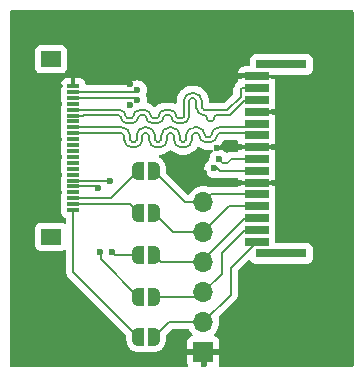
<source format=gbr>
%TF.GenerationSoftware,KiCad,Pcbnew,8.0.4+dfsg-1*%
%TF.CreationDate,2024-12-23T16:35:55+01:00*%
%TF.ProjectId,CMIO-DSI-Adapter,434d494f-2d44-4534-992d-416461707465,rev?*%
%TF.SameCoordinates,Original*%
%TF.FileFunction,Copper,L1,Top*%
%TF.FilePolarity,Positive*%
%FSLAX46Y46*%
G04 Gerber Fmt 4.6, Leading zero omitted, Abs format (unit mm)*
G04 Created by KiCad (PCBNEW 8.0.4+dfsg-1) date 2024-12-23 16:35:55*
%MOMM*%
%LPD*%
G01*
G04 APERTURE LIST*
G04 Aperture macros list*
%AMFreePoly0*
4,1,19,0.000000,0.744911,0.071157,0.744911,0.207708,0.704816,0.327430,0.627875,0.420627,0.520320,0.479746,0.390866,0.500000,0.250000,0.500000,-0.250000,0.479746,-0.390866,0.420627,-0.520320,0.327430,-0.627875,0.207708,-0.704816,0.071157,-0.744911,0.000000,-0.744911,0.000000,-0.750000,-0.500000,-0.750000,-0.500000,0.750000,0.000000,0.750000,0.000000,0.744911,0.000000,0.744911,
$1*%
%AMFreePoly1*
4,1,19,0.500000,-0.750000,0.000000,-0.750000,0.000000,-0.744911,-0.071157,-0.744911,-0.207708,-0.704816,-0.327430,-0.627875,-0.420627,-0.520320,-0.479746,-0.390866,-0.500000,-0.250000,-0.500000,0.250000,-0.479746,0.390866,-0.420627,0.520320,-0.327430,0.627875,-0.207708,0.704816,-0.071157,0.744911,0.000000,0.744911,0.000000,0.750000,0.500000,0.750000,0.500000,-0.750000,0.500000,-0.750000,
$1*%
G04 Aperture macros list end*
%TA.AperFunction,SMDPad,CuDef*%
%ADD10R,1.041400X0.355600*%
%TD*%
%TA.AperFunction,SMDPad,CuDef*%
%ADD11R,1.651000X1.397000*%
%TD*%
%TA.AperFunction,SMDPad,CuDef*%
%ADD12R,2.108200X0.660400*%
%TD*%
%TA.AperFunction,SMDPad,CuDef*%
%ADD13R,4.292600X0.762000*%
%TD*%
%TA.AperFunction,SMDPad,CuDef*%
%ADD14FreePoly0,0.000000*%
%TD*%
%TA.AperFunction,SMDPad,CuDef*%
%ADD15FreePoly1,0.000000*%
%TD*%
%TA.AperFunction,ComponentPad*%
%ADD16O,1.700000X1.700000*%
%TD*%
%TA.AperFunction,ComponentPad*%
%ADD17R,1.700000X1.700000*%
%TD*%
%TA.AperFunction,ViaPad*%
%ADD18C,0.600000*%
%TD*%
%TA.AperFunction,Conductor*%
%ADD19C,0.200000*%
%TD*%
G04 APERTURE END LIST*
D10*
%TO.P,J2,1,1*%
%TO.N,/GND*%
X20181808Y-19425000D03*
%TO.P,J2,2,2*%
%TO.N,/D0N*%
X20181808Y-19924999D03*
%TO.P,J2,3,3*%
%TO.N,/D0P*%
X20181808Y-20425001D03*
%TO.P,J2,4,4*%
%TO.N,/GND*%
X20181808Y-20925000D03*
%TO.P,J2,5,5*%
%TO.N,/D1N*%
X20181808Y-21424999D03*
%TO.P,J2,6,6*%
%TO.N,/D1P*%
X20181808Y-21925000D03*
%TO.P,J2,7,7*%
%TO.N,unconnected-(J2-Pad7)*%
X20181808Y-22424999D03*
%TO.P,J2,8,8*%
%TO.N,/CLKN*%
X20181808Y-22925001D03*
%TO.P,J2,9,9*%
%TO.N,/CLKP*%
X20181808Y-23425000D03*
%TO.P,J2,10,10*%
%TO.N,/GND*%
X20181808Y-23924999D03*
%TO.P,J2,11,11*%
%TO.N,/D2N*%
X20181808Y-24425000D03*
%TO.P,J2,12,12*%
%TO.N,/D2P*%
X20181808Y-24925000D03*
%TO.P,J2,13,13*%
%TO.N,/GND*%
X20181808Y-25425001D03*
%TO.P,J2,14,14*%
%TO.N,/D3N*%
X20181808Y-25925000D03*
%TO.P,J2,15,15*%
%TO.N,/D3P*%
X20181808Y-26424999D03*
%TO.P,J2,16,16*%
%TO.N,/GND*%
X20181808Y-26925001D03*
%TO.P,J2,17,17*%
%TO.N,/CAM_GPIO0*%
X20181808Y-27425000D03*
%TO.P,J2,18,18*%
%TO.N,/CAM_GPIO1*%
X20181808Y-27925001D03*
%TO.P,J2,19,19*%
%TO.N,/GND*%
X20181808Y-28425000D03*
%TO.P,J2,20,20*%
%TO.N,/SCL*%
X20181808Y-28924999D03*
%TO.P,J2,21,21*%
%TO.N,/SDA*%
X20181808Y-29425001D03*
%TO.P,J2,22,22*%
%TO.N,/VCC*%
X20181808Y-29925000D03*
D11*
%TO.P,J2,23*%
%TO.N,N/C*%
X18281809Y-17149999D03*
%TO.P,J2,24*%
X18281809Y-32200001D03*
%TD*%
D12*
%TO.P,J1,1*%
%TO.N,/VCC*%
X35690885Y-32599998D03*
%TO.P,J1,2*%
%TO.N,/LEDA*%
X35690885Y-31600000D03*
%TO.P,J1,3*%
%TO.N,/RESET*%
X35690885Y-30599999D03*
%TO.P,J1,4*%
%TO.N,/SDA*%
X35690885Y-29599999D03*
%TO.P,J1,5*%
%TO.N,/SCL*%
X35690885Y-28599998D03*
%TO.P,J1,6*%
%TO.N,/GND*%
X35690885Y-27600000D03*
%TO.P,J1,7*%
%TO.N,/D0P*%
X35690885Y-26600000D03*
%TO.P,J1,8*%
%TO.N,/D0N*%
X35690885Y-25599999D03*
%TO.P,J1,9*%
%TO.N,/GND*%
X35690885Y-24599998D03*
%TO.P,J1,10*%
%TO.N,/CLKP*%
X35690885Y-23599998D03*
%TO.P,J1,11*%
%TO.N,/CLKN*%
X35690885Y-22600000D03*
%TO.P,J1,12*%
%TO.N,/GND*%
X35690885Y-21599999D03*
%TO.P,J1,13*%
%TO.N,/D1P*%
X35690885Y-20599999D03*
%TO.P,J1,14*%
%TO.N,/D1N*%
X35690885Y-19599998D03*
%TO.P,J1,15*%
%TO.N,/GND*%
X35690885Y-18599998D03*
D13*
%TO.P,J1,16*%
%TO.N,unconnected-(J1-Pad16)*%
X37790957Y-33600001D03*
%TO.P,J1,17*%
%TO.N,unconnected-(J1-Pad17)*%
X37790957Y-17599997D03*
%TD*%
D14*
%TO.P,JP5,2,B*%
%TO.N,/VCC*%
X26981809Y-40699999D03*
D15*
%TO.P,JP5,1,A*%
X25681809Y-40699999D03*
%TD*%
%TO.P,JP3,1,A*%
%TO.N,/CAM_GPIO0*%
X25681809Y-33699999D03*
D14*
%TO.P,JP3,2,B*%
%TO.N,/RESET*%
X26981809Y-33699999D03*
%TD*%
D15*
%TO.P,JP2,1,A*%
%TO.N,/SDA*%
X25681809Y-30149999D03*
D14*
%TO.P,JP2,2,B*%
X26981809Y-30149999D03*
%TD*%
D15*
%TO.P,JP1,1,A*%
%TO.N,/SCL*%
X25681809Y-26599999D03*
D14*
%TO.P,JP1,2,B*%
X26981809Y-26599999D03*
%TD*%
D15*
%TO.P,JP4,1,A*%
%TO.N,/CAM_GPIO1*%
X25681809Y-37249999D03*
D14*
%TO.P,JP4,2,B*%
%TO.N,/LEDA*%
X26981809Y-37249999D03*
%TD*%
D16*
%TO.P,J3,6,Pin_6*%
%TO.N,/SCL*%
X31181809Y-29250000D03*
%TO.P,J3,5,Pin_5*%
%TO.N,/SDA*%
X31181809Y-31790000D03*
%TO.P,J3,4,Pin_4*%
%TO.N,/RESET*%
X31181809Y-34330000D03*
%TO.P,J3,3,Pin_3*%
%TO.N,/LEDA*%
X31181809Y-36870000D03*
%TO.P,J3,2,Pin_2*%
%TO.N,/VCC*%
X31181809Y-39410000D03*
D17*
%TO.P,J3,1,Pin_1*%
%TO.N,/GND*%
X31181809Y-41950000D03*
%TD*%
D18*
%TO.N,/GND*%
X36250000Y-15000000D03*
X38000000Y-15000000D03*
X39750000Y-15000000D03*
X41500000Y-15000000D03*
X41500000Y-36000000D03*
X39750000Y-36000000D03*
X38000000Y-36000000D03*
X36250000Y-37750000D03*
X34750000Y-39500000D03*
X33000000Y-41250000D03*
X22250000Y-39500000D03*
X24000000Y-41250000D03*
X20500000Y-37750000D03*
X18750000Y-36000000D03*
X25000000Y-19250000D03*
X15250000Y-21750000D03*
X15250000Y-27000000D03*
X15250000Y-20250000D03*
X15250000Y-30500000D03*
X15250000Y-16750000D03*
X15250000Y-18500000D03*
X15250000Y-23500000D03*
X15250000Y-36000000D03*
X15250000Y-37750000D03*
X15250000Y-39500000D03*
X15250000Y-41250000D03*
X15250000Y-15000000D03*
X15250000Y-34250000D03*
X15250000Y-25250000D03*
X15250000Y-28750000D03*
X15250000Y-32500000D03*
X43250000Y-23500000D03*
X43250000Y-28750000D03*
X43250000Y-22000000D03*
X43250000Y-32250000D03*
X43250000Y-18500000D03*
X43250000Y-15000000D03*
X43250000Y-20250000D03*
X43250000Y-25250000D03*
X43250000Y-37750000D03*
X43250000Y-39500000D03*
X43250000Y-41250000D03*
X43250000Y-16750000D03*
X43250000Y-36000000D03*
X43250000Y-27000000D03*
X43250000Y-30500000D03*
X43250000Y-34250000D03*
X34750000Y-13250000D03*
X29500000Y-13250000D03*
X36250000Y-13250000D03*
X26000000Y-13250000D03*
X39750000Y-13250000D03*
X43250000Y-13250000D03*
X38000000Y-13250000D03*
X33000000Y-13250000D03*
X20500000Y-13250000D03*
X18750000Y-13250000D03*
X17000000Y-13250000D03*
X15250000Y-13250000D03*
X41500000Y-13250000D03*
X22250000Y-13250000D03*
X31250000Y-13250000D03*
X27750000Y-13250000D03*
X24000000Y-13250000D03*
X41500000Y-43000000D03*
X39750000Y-43000000D03*
X38000000Y-43000000D03*
X36250000Y-43000000D03*
X43250000Y-43000000D03*
X31250000Y-43000000D03*
X29500000Y-43000000D03*
X27750000Y-43000000D03*
X26000000Y-43000000D03*
X33000000Y-43000000D03*
X34750000Y-43000000D03*
X24000000Y-43000000D03*
X22250000Y-43000000D03*
X20500000Y-43000000D03*
X18750000Y-43000000D03*
X17000000Y-43000000D03*
X15250000Y-43000000D03*
X24934358Y-21043762D03*
X26750000Y-19250000D03*
X31250000Y-26750000D03*
X32300000Y-24700000D03*
X33700000Y-24750000D03*
X33000000Y-27500000D03*
%TO.N,/D0P*%
X25600000Y-20600000D03*
X32081288Y-26400521D03*
%TO.N,/D0N*%
X32500000Y-25600000D03*
%TO.N,/CAM_GPIO0*%
X23490904Y-33509095D03*
%TO.N,/CAM_GPIO1*%
X22449997Y-33499999D03*
X22293936Y-28025000D03*
%TO.N,/CAM_GPIO0*%
X23293936Y-27499999D03*
%TO.N,/D0N*%
X25600000Y-19750000D03*
%TD*%
D19*
%TO.N,/D1P*%
X31730000Y-22418749D02*
X31850000Y-22418749D01*
X31490000Y-22178749D02*
G75*
G03*
X31730000Y-22418800I240000J-51D01*
G01*
X31490000Y-22139999D02*
X31490000Y-22178749D01*
X31250000Y-21899999D02*
G75*
G02*
X31490001Y-22139999I0J-240001D01*
G01*
X32090000Y-22139999D02*
G75*
G02*
X32330000Y-21900000I240000J-1D01*
G01*
X31850000Y-22418749D02*
G75*
G03*
X32089949Y-22178749I0J239949D01*
G01*
X33406585Y-21899999D02*
X33831585Y-21474999D01*
X32330000Y-21899999D02*
X32450000Y-21899999D01*
X33831585Y-21474999D02*
X34706585Y-20599999D01*
X32090000Y-22178749D02*
X32090000Y-22139999D01*
X32450000Y-21899999D02*
X33406585Y-21899999D01*
X34706585Y-20599999D02*
X35690885Y-20599999D01*
%TO.N,/VCC*%
X31181809Y-39410000D02*
X33500000Y-37091809D01*
X33500000Y-37091809D02*
X33500000Y-34790883D01*
X33500000Y-34790883D02*
X35690885Y-32599998D01*
%TO.N,/LEDA*%
X31181809Y-36870000D02*
X32750000Y-35301809D01*
X32750000Y-35301809D02*
X32750000Y-33556583D01*
X32750000Y-33556583D02*
X34706583Y-31600000D01*
X34706583Y-31600000D02*
X35690885Y-31600000D01*
%TO.N,/VCC*%
X26981809Y-40699999D02*
X28271808Y-39410000D01*
X28271808Y-39410000D02*
X31181809Y-39410000D01*
%TO.N,/LEDA*%
X26981809Y-37249999D02*
X30801810Y-37249999D01*
X30801810Y-37249999D02*
X31181809Y-36870000D01*
%TO.N,/RESET*%
X31181809Y-34330000D02*
X31181809Y-34124776D01*
X31181809Y-34124776D02*
X34706586Y-30599999D01*
X34706586Y-30599999D02*
X35690885Y-30599999D01*
X26981809Y-33699999D02*
X27611810Y-34330000D01*
X27611810Y-34330000D02*
X31181809Y-34330000D01*
%TO.N,/SDA*%
X31181809Y-31790000D02*
X33371810Y-29599999D01*
X33371810Y-29599999D02*
X35690885Y-29599999D01*
X26981809Y-30149999D02*
X28621810Y-31790000D01*
X28621810Y-31790000D02*
X31181809Y-31790000D01*
%TO.N,/SCL*%
X31181809Y-29250000D02*
X31831811Y-28599998D01*
X31831811Y-28599998D02*
X35690885Y-28599998D01*
X26981809Y-26599999D02*
X29631810Y-29250000D01*
X29631810Y-29250000D02*
X31181809Y-29250000D01*
%TO.N,/D1N*%
X25134501Y-22124999D02*
X24739499Y-22124999D01*
X29527001Y-20678001D02*
X29527001Y-21247000D01*
%TO.N,/D1P*%
X20250000Y-21925000D02*
X20181808Y-21925000D01*
%TO.N,/D1N*%
X20987860Y-21450000D02*
X20962859Y-21424999D01*
X31250000Y-21450000D02*
X31250000Y-21450001D01*
X34336785Y-19699998D02*
X34336785Y-20333431D01*
X24626999Y-22012499D02*
G75*
G03*
X24064501Y-21450001I-562499J-1D01*
G01*
X29527001Y-21247000D02*
X29527001Y-22012499D01*
X30394000Y-20025002D02*
X30180000Y-20025002D01*
X27949499Y-21450001D02*
G75*
G03*
X27387001Y-22012499I1J-562499D01*
G01*
%TO.N,/D1P*%
X24177001Y-22012499D02*
G75*
G03*
X24064501Y-21899999I-112501J-1D01*
G01*
%TO.N,/D1N*%
X24739499Y-22124999D02*
G75*
G02*
X24627001Y-22012499I1J112499D01*
G01*
X25247001Y-22012499D02*
G75*
G02*
X25134501Y-22125001I-112501J-1D01*
G01*
X26766999Y-22012499D02*
G75*
G03*
X26204501Y-21450001I-562499J-1D01*
G01*
%TO.N,/D1P*%
X31250000Y-21899999D02*
G75*
G02*
X30597001Y-21247000I0J652999D01*
G01*
%TO.N,/D1N*%
X29414501Y-22124999D02*
X29019499Y-22124999D01*
X26879499Y-22124999D02*
G75*
G02*
X26767001Y-22012499I1J112499D01*
G01*
%TO.N,/D1P*%
X20987860Y-21899999D02*
X20962859Y-21925000D01*
%TO.N,/D1N*%
X29019499Y-22124999D02*
G75*
G02*
X28907001Y-22012499I1J112499D01*
G01*
%TO.N,/D1P*%
X28344501Y-21899999D02*
X27949499Y-21899999D01*
%TO.N,/D1N*%
X30180000Y-20025002D02*
G75*
G03*
X29527002Y-20678001I0J-652998D01*
G01*
X28906999Y-22012499D02*
G75*
G03*
X28344501Y-21450001I-562499J-1D01*
G01*
X31046999Y-20678001D02*
G75*
G03*
X30394000Y-20025001I-652999J1D01*
G01*
X24064501Y-21450001D02*
X23669499Y-21450001D01*
X31250000Y-21450001D02*
G75*
G02*
X31046999Y-21247000I0J203001D01*
G01*
X34436785Y-19599998D02*
X34336785Y-19699998D01*
%TO.N,/D1P*%
X25696999Y-22012499D02*
G75*
G02*
X25134501Y-22574999I-562499J-1D01*
G01*
X25809499Y-21899999D02*
G75*
G03*
X25696999Y-22012499I1J-112501D01*
G01*
X24739499Y-22574997D02*
G75*
G02*
X24177003Y-22012499I1J562497D01*
G01*
X23669499Y-21899999D02*
X20987860Y-21899999D01*
X26879499Y-22574997D02*
G75*
G02*
X26317003Y-22012499I1J562497D01*
G01*
%TO.N,/D1N*%
X27387001Y-22012499D02*
G75*
G02*
X27274501Y-22125001I-112501J-1D01*
G01*
%TO.N,/D1P*%
X29976999Y-22012499D02*
G75*
G02*
X29414501Y-22574999I-562499J-1D01*
G01*
%TO.N,/D1N*%
X26204501Y-21450001D02*
X25809499Y-21450001D01*
X27274501Y-22124999D02*
X26879499Y-22124999D01*
%TO.N,/D1P*%
X27836999Y-22012499D02*
G75*
G02*
X27274501Y-22574999I-562499J-1D01*
G01*
X28457001Y-22012499D02*
G75*
G03*
X28344501Y-21899999I-112501J-1D01*
G01*
X29414501Y-22574997D02*
X29019499Y-22574997D01*
%TO.N,/D1N*%
X35690885Y-19599998D02*
X34436785Y-19599998D01*
X20250000Y-21424999D02*
X20181808Y-21424999D01*
%TO.N,/D1P*%
X26317001Y-22012499D02*
G75*
G03*
X26204501Y-21899999I-112501J-1D01*
G01*
%TO.N,/D1N*%
X28344501Y-21450001D02*
X27949499Y-21450001D01*
%TO.N,/D1P*%
X30394000Y-20475000D02*
X30180000Y-20475000D01*
X26204501Y-21899999D02*
X25809499Y-21899999D01*
X30180000Y-20475000D02*
G75*
G03*
X29977000Y-20678001I0J-203000D01*
G01*
X30597001Y-21247000D02*
X30597001Y-20678001D01*
X30597001Y-20678001D02*
G75*
G03*
X30394000Y-20474999I-203001J1D01*
G01*
%TO.N,/D1N*%
X25809499Y-21450001D02*
G75*
G03*
X25247001Y-22012499I1J-562499D01*
G01*
%TO.N,/D1P*%
X29976999Y-20678001D02*
X29976999Y-21247000D01*
X20962859Y-21925000D02*
X20250000Y-21925000D01*
%TO.N,/D1N*%
X31046999Y-21247000D02*
X31046999Y-20678001D01*
%TO.N,/D1P*%
X27949499Y-21899999D02*
G75*
G03*
X27836999Y-22012499I1J-112501D01*
G01*
%TO.N,/D1N*%
X33220216Y-21450000D02*
X31250000Y-21450000D01*
%TO.N,/D1P*%
X29976999Y-21247000D02*
X29976999Y-22012499D01*
X25134501Y-22574997D02*
X24739499Y-22574997D01*
%TO.N,/D1N*%
X34336785Y-20333431D02*
X33220216Y-21450000D01*
%TO.N,/D1P*%
X27274501Y-22574997D02*
X26879499Y-22574997D01*
X29019499Y-22574997D02*
G75*
G02*
X28457003Y-22012499I1J562497D01*
G01*
X24064501Y-21899999D02*
X23669499Y-21899999D01*
%TO.N,/D1N*%
X29527001Y-22012499D02*
G75*
G02*
X29414501Y-22125001I-112501J-1D01*
G01*
X20962859Y-21424999D02*
X20250000Y-21424999D01*
X23669499Y-21450001D02*
X20987860Y-21450000D01*
%TO.N,/CLKN*%
X24100000Y-22925002D02*
X21250000Y-22925001D01*
X28510000Y-22925002D02*
X28300000Y-22925002D01*
X31723686Y-23701316D02*
X31450000Y-23701316D01*
X32500000Y-22925002D02*
G75*
G03*
X31861802Y-23563158I0J-638198D01*
G01*
X26200000Y-22925002D02*
G75*
G03*
X25530002Y-23595001I0J-669998D01*
G01*
X29560000Y-24128639D02*
X29350000Y-24128639D01*
X27630001Y-23958646D02*
G75*
G02*
X27460000Y-24128601I-170001J46D01*
G01*
X28300000Y-22925002D02*
G75*
G03*
X27630002Y-23595001I0J-669998D01*
G01*
X29179999Y-23595001D02*
G75*
G03*
X28510000Y-22925001I-669999J1D01*
G01*
X30400000Y-22925002D02*
G75*
G03*
X29730002Y-23595001I0J-669998D01*
G01*
%TO.N,/CLKP*%
X24100000Y-23425000D02*
X21250000Y-23425000D01*
%TO.N,/CLKN*%
X24979999Y-23595001D02*
G75*
G03*
X24310000Y-22925001I-669999J1D01*
G01*
%TO.N,/CLKP*%
X24310000Y-23425000D02*
X24100000Y-23425000D01*
%TO.N,/CLKN*%
X31861844Y-23563158D02*
G75*
G02*
X31723686Y-23701344I-138144J-42D01*
G01*
%TO.N,/CLKP*%
X24480001Y-23958646D02*
X24480001Y-23595001D01*
%TO.N,/CLKN*%
X29179999Y-23958638D02*
X29179999Y-23595001D01*
%TO.N,/CLKP*%
X27460000Y-24628645D02*
X27250000Y-24628645D01*
%TO.N,/CLKN*%
X25150000Y-24128647D02*
G75*
G02*
X24979953Y-23958646I0J170047D01*
G01*
%TO.N,/CLKP*%
X26580001Y-23595001D02*
G75*
G03*
X26410000Y-23424999I-170001J1D01*
G01*
X30811844Y-23563158D02*
G75*
G03*
X30673686Y-23425056I-138144J-42D01*
G01*
%TO.N,/CLKN*%
X27250000Y-24128647D02*
G75*
G02*
X27079953Y-23958646I0J170047D01*
G01*
%TO.N,/CLKP*%
X27250000Y-24628645D02*
G75*
G02*
X26579955Y-23958646I0J670045D01*
G01*
X28680001Y-23595001D02*
G75*
G03*
X28510000Y-23424999I-170001J1D01*
G01*
%TO.N,/CLKN*%
X27079999Y-23595001D02*
G75*
G03*
X26410000Y-22925001I-669999J1D01*
G01*
%TO.N,/CLKP*%
X32361842Y-23563158D02*
G75*
G02*
X31723686Y-24201342I-638142J-42D01*
G01*
X26200000Y-23425000D02*
G75*
G03*
X26030000Y-23595001I0J-170000D01*
G01*
%TO.N,/CLKN*%
X27630001Y-23595001D02*
X27630001Y-23958646D01*
X29730001Y-23595001D02*
X29730001Y-23958638D01*
X29730001Y-23958638D02*
G75*
G02*
X29560000Y-24128601I-170001J38D01*
G01*
%TO.N,/CLKP*%
X25360000Y-24628645D02*
X25150000Y-24628645D01*
X29350000Y-24628637D02*
G75*
G02*
X28679963Y-23958638I0J670037D01*
G01*
X25150000Y-24628645D02*
G75*
G02*
X24479955Y-23958646I0J670045D01*
G01*
X30229999Y-23958638D02*
G75*
G02*
X29560000Y-24628599I-669999J38D01*
G01*
%TO.N,/CLKN*%
X29350000Y-24128639D02*
G75*
G02*
X29179961Y-23958638I0J170039D01*
G01*
X27079999Y-23958646D02*
X27079999Y-23595001D01*
X32500000Y-22925001D02*
X32500000Y-22925002D01*
X25530001Y-23958646D02*
G75*
G02*
X25360000Y-24128601I-170001J46D01*
G01*
%TO.N,/CLKP*%
X28510000Y-23425000D02*
X28300000Y-23425000D01*
%TO.N,/CLKN*%
X30673686Y-22925002D02*
X30400000Y-22925002D01*
%TO.N,/CLKP*%
X29560000Y-24628637D02*
X29350000Y-24628637D01*
X26410000Y-23425000D02*
X26200000Y-23425000D01*
X30400000Y-23425000D02*
G75*
G03*
X30230000Y-23595001I0J-170000D01*
G01*
X28300000Y-23425000D02*
G75*
G03*
X28130000Y-23595001I0J-170000D01*
G01*
X32500000Y-23425000D02*
G75*
G03*
X32361800Y-23563158I0J-138200D01*
G01*
%TO.N,/CLKN*%
X35365884Y-22925001D02*
X32500000Y-22925001D01*
%TO.N,/CLKP*%
X31450000Y-24201314D02*
G75*
G02*
X30811886Y-23563158I0J638114D01*
G01*
X30673686Y-23425000D02*
X30400000Y-23425000D01*
%TO.N,/CLKN*%
X35690885Y-22600000D02*
X35365884Y-22925001D01*
%TO.N,/CLKP*%
X26580001Y-23958646D02*
X26580001Y-23595001D01*
X26029999Y-23958646D02*
G75*
G02*
X25360000Y-24628599I-669999J46D01*
G01*
X21250000Y-23425000D02*
X20181808Y-23425000D01*
X28129999Y-23958646D02*
G75*
G02*
X27460000Y-24628599I-669999J46D01*
G01*
%TO.N,/CLKN*%
X31450000Y-23701316D02*
G75*
G02*
X31311884Y-23563158I0J138116D01*
G01*
%TO.N,/CLKP*%
X24480001Y-23595001D02*
G75*
G03*
X24310000Y-23424999I-170001J1D01*
G01*
X35690885Y-23599998D02*
X35515887Y-23425000D01*
%TO.N,/CLKN*%
X31311842Y-23563158D02*
G75*
G03*
X30673686Y-22925058I-638142J-42D01*
G01*
%TO.N,/CLKP*%
X31723686Y-24201314D02*
X31450000Y-24201314D01*
X28129999Y-23595001D02*
X28129999Y-23958646D01*
%TO.N,/CLKN*%
X27460000Y-24128647D02*
X27250000Y-24128647D01*
%TO.N,/CLKP*%
X35515887Y-23425000D02*
X32500000Y-23425000D01*
X30229999Y-23595001D02*
X30229999Y-23958638D01*
%TO.N,/CLKN*%
X24310000Y-22925002D02*
X24100000Y-22925002D01*
%TO.N,/CLKP*%
X28680001Y-23958638D02*
X28680001Y-23595001D01*
%TO.N,/CLKN*%
X24979999Y-23958646D02*
X24979999Y-23595001D01*
X25360000Y-24128647D02*
X25150000Y-24128647D01*
X25530001Y-23595001D02*
X25530001Y-23958646D01*
X26410000Y-22925002D02*
X26200000Y-22925002D01*
%TO.N,/CLKP*%
X26029999Y-23595001D02*
X26029999Y-23958646D01*
%TO.N,/CLKN*%
X21250000Y-22925001D02*
X20181808Y-22925001D01*
%TO.N,/D0N*%
X35250000Y-25599999D02*
X35690885Y-25599999D01*
X33382334Y-25772332D02*
G75*
G02*
X33554667Y-25599934I172366J32D01*
G01*
X32672334Y-25772332D02*
G75*
G03*
X32844667Y-25944666I172366J32D01*
G01*
X33210001Y-25944665D02*
G75*
G03*
X33382365Y-25772332I-1J172365D01*
G01*
X33920001Y-25599999D02*
X35250000Y-25599999D01*
X32500001Y-25599999D02*
G75*
G02*
X32672301Y-25772332I-1J-172301D01*
G01*
X33554667Y-25599999D02*
X33920001Y-25599999D01*
X32844667Y-25944665D02*
X33210001Y-25944665D01*
X32500000Y-25600000D02*
X32500001Y-25599999D01*
%TO.N,/D0P*%
X32364131Y-26400521D02*
X32563610Y-26600000D01*
X32563610Y-26600000D02*
X35690885Y-26600000D01*
X32081288Y-26400521D02*
X32364131Y-26400521D01*
X25400001Y-20400001D02*
X25600000Y-20600000D01*
X21002508Y-20400001D02*
X25400001Y-20400001D01*
X21002508Y-20402799D02*
X21002508Y-20400001D01*
X20181808Y-20425001D02*
X20204010Y-20402799D01*
X20204010Y-20402799D02*
X21002508Y-20402799D01*
%TO.N,/CAM_GPIO0*%
X25681809Y-33699999D02*
X23681809Y-33699999D01*
X23681809Y-33699999D02*
X23481809Y-33499999D01*
%TO.N,/CAM_GPIO1*%
X22493936Y-33499999D02*
X22493936Y-34062126D01*
X22493936Y-34062126D02*
X25681809Y-37249999D01*
%TO.N,/VCC*%
X20181808Y-29925000D02*
X20181808Y-35199998D01*
X20181808Y-35199998D02*
X25681809Y-40699999D01*
%TO.N,/SDA*%
X24956811Y-29425001D02*
X20181808Y-29425001D01*
%TO.N,/SCL*%
X20181808Y-28924999D02*
X23356809Y-28924999D01*
%TO.N,/CAM_GPIO1*%
X20181808Y-27925001D02*
X22193937Y-27925001D01*
X22193937Y-27925001D02*
X22293936Y-28025000D01*
%TO.N,/CAM_GPIO0*%
X20181808Y-27425000D02*
X23218937Y-27425000D01*
X23218937Y-27425000D02*
X23293936Y-27499999D01*
%TO.N,/SDA*%
X25681809Y-30149999D02*
X24956811Y-29425001D01*
%TO.N,/SCL*%
X25681809Y-26599999D02*
X23356809Y-28924999D01*
%TO.N,/D0N*%
X25400001Y-19949999D02*
X25600000Y-19750000D01*
X21002508Y-19947201D02*
X21002508Y-19949999D01*
X21002508Y-19949999D02*
X25400001Y-19949999D01*
X20181808Y-19924999D02*
X20204010Y-19947201D01*
X20204010Y-19947201D02*
X21002508Y-19947201D01*
%TD*%
%TA.AperFunction,Conductor*%
%TO.N,/GND*%
G36*
X43842539Y-13020185D02*
G01*
X43888294Y-13072989D01*
X43899500Y-13124500D01*
X43899500Y-43075500D01*
X43879815Y-43142539D01*
X43827011Y-43188294D01*
X43775500Y-43199500D01*
X32595045Y-43199500D01*
X32528006Y-43179815D01*
X32482251Y-43127011D01*
X32472307Y-43057853D01*
X32478863Y-43032167D01*
X32525405Y-42907379D01*
X32525407Y-42907372D01*
X32531808Y-42847844D01*
X32531809Y-42847827D01*
X32531809Y-42200000D01*
X31614821Y-42200000D01*
X31647734Y-42142993D01*
X31681809Y-42015826D01*
X31681809Y-41884174D01*
X31647734Y-41757007D01*
X31614821Y-41700000D01*
X32531809Y-41700000D01*
X32531809Y-41052172D01*
X32531808Y-41052155D01*
X32525407Y-40992627D01*
X32525405Y-40992620D01*
X32475163Y-40857913D01*
X32475159Y-40857906D01*
X32388999Y-40742812D01*
X32388996Y-40742809D01*
X32273902Y-40656649D01*
X32273897Y-40656646D01*
X32142337Y-40607577D01*
X32086404Y-40565705D01*
X32061987Y-40500241D01*
X32076839Y-40431968D01*
X32097984Y-40403720D01*
X32220304Y-40281401D01*
X32355844Y-40087830D01*
X32455712Y-39873663D01*
X32516872Y-39645408D01*
X32537468Y-39410000D01*
X32516872Y-39174592D01*
X32482480Y-39046239D01*
X32484143Y-38976393D01*
X32514572Y-38926470D01*
X33868713Y-37572330D01*
X33868716Y-37572329D01*
X33980520Y-37460525D01*
X34030639Y-37373713D01*
X34059577Y-37323594D01*
X34100500Y-37170866D01*
X34100500Y-37012752D01*
X34100500Y-35090979D01*
X34120185Y-35023940D01*
X34136814Y-35003302D01*
X34987256Y-34152860D01*
X35048577Y-34119377D01*
X35118268Y-34124361D01*
X35174202Y-34166233D01*
X35191116Y-34197208D01*
X35200858Y-34223326D01*
X35200863Y-34223336D01*
X35287109Y-34338545D01*
X35287112Y-34338548D01*
X35402321Y-34424794D01*
X35402328Y-34424798D01*
X35537174Y-34475092D01*
X35537173Y-34475092D01*
X35544101Y-34475836D01*
X35596784Y-34481501D01*
X39985129Y-34481500D01*
X40044740Y-34475092D01*
X40179588Y-34424797D01*
X40294803Y-34338547D01*
X40381053Y-34223332D01*
X40431348Y-34088484D01*
X40437757Y-34028874D01*
X40437756Y-33171129D01*
X40431348Y-33111518D01*
X40426865Y-33099499D01*
X40381054Y-32976672D01*
X40381050Y-32976665D01*
X40294804Y-32861456D01*
X40294801Y-32861453D01*
X40179592Y-32775207D01*
X40179585Y-32775203D01*
X40044739Y-32724909D01*
X40044740Y-32724909D01*
X39985140Y-32718502D01*
X39985138Y-32718501D01*
X39985130Y-32718501D01*
X39985122Y-32718501D01*
X37369484Y-32718501D01*
X37302445Y-32698816D01*
X37256690Y-32646012D01*
X37245484Y-32594501D01*
X37245484Y-32221927D01*
X37245483Y-32221921D01*
X37239076Y-32162314D01*
X37239075Y-32162310D01*
X37231997Y-32143335D01*
X37227010Y-32073643D01*
X37231991Y-32056675D01*
X37239076Y-32037683D01*
X37245485Y-31978073D01*
X37245484Y-31221928D01*
X37239076Y-31162317D01*
X37231994Y-31143331D01*
X37227011Y-31073641D01*
X37231997Y-31056662D01*
X37239074Y-31037688D01*
X37239074Y-31037687D01*
X37239073Y-31037687D01*
X37239076Y-31037682D01*
X37245485Y-30978072D01*
X37245484Y-30221927D01*
X37239076Y-30162316D01*
X37231995Y-30143333D01*
X37227010Y-30073643D01*
X37231997Y-30056662D01*
X37239074Y-30037688D01*
X37239074Y-30037687D01*
X37239073Y-30037687D01*
X37239076Y-30037682D01*
X37245485Y-29978072D01*
X37245484Y-29221927D01*
X37239076Y-29162316D01*
X37231994Y-29143330D01*
X37227011Y-29073640D01*
X37231997Y-29056661D01*
X37239074Y-29037687D01*
X37239074Y-29037686D01*
X37239073Y-29037686D01*
X37239076Y-29037681D01*
X37245485Y-28978071D01*
X37245484Y-28221926D01*
X37239076Y-28162315D01*
X37239075Y-28162312D01*
X37231730Y-28142618D01*
X37226745Y-28072927D01*
X37231731Y-28055946D01*
X37238582Y-28037577D01*
X37244984Y-27978044D01*
X37244985Y-27978027D01*
X37244985Y-27850000D01*
X37060645Y-27850000D01*
X36993606Y-27830315D01*
X36987678Y-27826199D01*
X36987313Y-27826000D01*
X36852467Y-27775706D01*
X36852468Y-27775706D01*
X36792868Y-27769299D01*
X36792866Y-27769298D01*
X36792858Y-27769298D01*
X36792849Y-27769298D01*
X34588914Y-27769298D01*
X34588908Y-27769299D01*
X34529301Y-27775706D01*
X34394456Y-27826000D01*
X34386671Y-27830252D01*
X34385892Y-27828826D01*
X34329973Y-27849684D01*
X34321125Y-27850000D01*
X34136785Y-27850000D01*
X34136785Y-27875498D01*
X34117100Y-27942537D01*
X34064296Y-27988292D01*
X34012785Y-27999498D01*
X31918481Y-27999498D01*
X31918465Y-27999497D01*
X31910869Y-27999497D01*
X31752754Y-27999497D01*
X31744693Y-28000558D01*
X31744246Y-27997166D01*
X31690165Y-27995846D01*
X31675589Y-27990140D01*
X31645472Y-27976096D01*
X31417222Y-27914938D01*
X31417212Y-27914936D01*
X31181810Y-27894341D01*
X31181808Y-27894341D01*
X30946405Y-27914936D01*
X30946395Y-27914938D01*
X30718153Y-27976094D01*
X30718144Y-27976098D01*
X30503980Y-28075964D01*
X30503978Y-28075965D01*
X30310406Y-28211505D01*
X30143314Y-28378597D01*
X30008291Y-28571432D01*
X29953714Y-28615057D01*
X29884216Y-28622251D01*
X29821861Y-28590728D01*
X29819035Y-28587990D01*
X28023628Y-26792583D01*
X27990143Y-26731260D01*
X27987309Y-26704902D01*
X27987309Y-26334425D01*
X27987306Y-26334398D01*
X27987306Y-26278059D01*
X27966844Y-26135743D01*
X27966843Y-26135738D01*
X27938052Y-26037688D01*
X27926307Y-25997690D01*
X27880898Y-25898258D01*
X27866585Y-25866917D01*
X27866582Y-25866913D01*
X27866579Y-25866905D01*
X27788795Y-25745869D01*
X27788794Y-25745868D01*
X27788793Y-25745866D01*
X27788790Y-25745862D01*
X27694656Y-25637225D01*
X27694639Y-25637206D01*
X27694638Y-25637205D01*
X27585900Y-25542984D01*
X27526598Y-25504873D01*
X27464951Y-25465254D01*
X27461058Y-25463129D01*
X27461749Y-25461862D01*
X27413652Y-25420192D01*
X27393963Y-25353154D01*
X27413643Y-25286113D01*
X27466444Y-25240354D01*
X27517963Y-25229145D01*
X27547019Y-25229145D01*
X27547693Y-25229099D01*
X27559986Y-25229100D01*
X27757497Y-25197819D01*
X27757500Y-25197817D01*
X27757504Y-25197817D01*
X27861301Y-25164092D01*
X27947682Y-25136026D01*
X28125861Y-25045245D01*
X28287645Y-24927708D01*
X28317295Y-24898060D01*
X28378613Y-24864578D01*
X28448305Y-24869562D01*
X28492650Y-24898060D01*
X28522325Y-24927733D01*
X28684115Y-25045274D01*
X28862300Y-25136060D01*
X28862306Y-25136062D01*
X28862305Y-25136062D01*
X29052484Y-25197853D01*
X29052487Y-25197853D01*
X29052492Y-25197855D01*
X29250010Y-25229138D01*
X29350000Y-25229137D01*
X29422914Y-25229137D01*
X29487086Y-25229137D01*
X29560000Y-25229137D01*
X29639057Y-25229137D01*
X29647125Y-25229137D01*
X29647677Y-25229099D01*
X29659987Y-25229100D01*
X29857499Y-25197818D01*
X30027394Y-25142618D01*
X30047680Y-25136027D01*
X30047680Y-25136026D01*
X30047686Y-25136025D01*
X30225865Y-25045242D01*
X30387650Y-24927704D01*
X30529057Y-24786305D01*
X30627938Y-24650216D01*
X30683267Y-24607554D01*
X30752881Y-24601576D01*
X30796249Y-24620642D01*
X30796645Y-24619997D01*
X30800796Y-24622541D01*
X30800800Y-24622543D01*
X30974518Y-24711061D01*
X31159945Y-24771312D01*
X31352515Y-24801814D01*
X31370943Y-24801814D01*
X31672282Y-24801814D01*
X31672373Y-24801841D01*
X31723673Y-24801841D01*
X31723673Y-24801842D01*
X31821161Y-24801844D01*
X31843296Y-24798338D01*
X31854053Y-24796635D01*
X31923347Y-24805590D01*
X31976799Y-24850586D01*
X31997438Y-24917337D01*
X31978713Y-24984651D01*
X31961133Y-25006789D01*
X31870183Y-25097739D01*
X31774211Y-25250476D01*
X31714631Y-25420745D01*
X31714630Y-25420750D01*
X31694435Y-25599996D01*
X31694435Y-25600000D01*
X31696043Y-25614276D01*
X31683986Y-25683097D01*
X31638796Y-25733147D01*
X31579030Y-25770701D01*
X31579023Y-25770707D01*
X31451472Y-25898258D01*
X31355499Y-26050997D01*
X31295919Y-26221266D01*
X31295918Y-26221271D01*
X31275723Y-26400517D01*
X31275723Y-26400524D01*
X31295918Y-26579770D01*
X31295919Y-26579775D01*
X31355499Y-26750044D01*
X31402283Y-26824500D01*
X31451472Y-26902783D01*
X31579026Y-27030337D01*
X31731766Y-27126310D01*
X31854453Y-27169240D01*
X31902033Y-27185889D01*
X31902038Y-27185890D01*
X32081284Y-27206086D01*
X32081288Y-27206086D01*
X32081292Y-27206086D01*
X32260535Y-27185890D01*
X32260535Y-27185889D01*
X32260543Y-27185889D01*
X32297936Y-27172803D01*
X32367712Y-27169240D01*
X32370986Y-27170069D01*
X32484553Y-27200501D01*
X32484554Y-27200501D01*
X32650263Y-27200501D01*
X32650279Y-27200500D01*
X34012785Y-27200500D01*
X34079824Y-27220185D01*
X34125579Y-27272989D01*
X34136785Y-27324500D01*
X34136785Y-27350000D01*
X34321128Y-27350000D01*
X34388167Y-27369685D01*
X34394093Y-27373799D01*
X34394455Y-27373997D01*
X34529302Y-27424291D01*
X34529301Y-27424291D01*
X34536229Y-27425035D01*
X34588912Y-27430700D01*
X36792857Y-27430699D01*
X36852468Y-27424291D01*
X36987314Y-27373997D01*
X36995097Y-27369747D01*
X36995875Y-27371173D01*
X37051794Y-27350316D01*
X37060642Y-27350000D01*
X37244985Y-27350000D01*
X37244985Y-27221972D01*
X37244984Y-27221955D01*
X37238583Y-27162427D01*
X37238582Y-27162424D01*
X37231729Y-27144049D01*
X37226744Y-27074357D01*
X37231727Y-27057384D01*
X37239076Y-27037683D01*
X37245485Y-26978073D01*
X37245484Y-26221928D01*
X37239076Y-26162317D01*
X37231994Y-26143331D01*
X37227011Y-26073641D01*
X37231997Y-26056662D01*
X37239074Y-26037688D01*
X37239074Y-26037687D01*
X37239073Y-26037687D01*
X37239076Y-26037682D01*
X37245485Y-25978072D01*
X37245484Y-25221927D01*
X37239076Y-25162316D01*
X37237461Y-25157987D01*
X37231729Y-25142618D01*
X37226743Y-25072927D01*
X37231730Y-25055945D01*
X37238583Y-25037572D01*
X37244984Y-24978042D01*
X37244985Y-24978025D01*
X37244985Y-24849998D01*
X37060641Y-24849998D01*
X36993602Y-24830313D01*
X36987679Y-24826201D01*
X36987313Y-24826001D01*
X36852467Y-24775707D01*
X36852468Y-24775707D01*
X36792868Y-24769300D01*
X36792866Y-24769299D01*
X36792858Y-24769299D01*
X36792849Y-24769299D01*
X34588914Y-24769299D01*
X34588908Y-24769300D01*
X34529301Y-24775707D01*
X34394456Y-24826001D01*
X34386671Y-24830253D01*
X34385891Y-24828825D01*
X34329977Y-24849682D01*
X34321129Y-24849998D01*
X34136785Y-24849998D01*
X34136785Y-24875499D01*
X34117100Y-24942538D01*
X34064296Y-24988293D01*
X34012785Y-24999499D01*
X33635031Y-24999499D01*
X33634798Y-24999485D01*
X33627467Y-24999486D01*
X33627466Y-24999486D01*
X33605983Y-24999489D01*
X33605762Y-24999425D01*
X33554552Y-24999434D01*
X33543137Y-24999436D01*
X33475992Y-24999448D01*
X33475610Y-24999498D01*
X33472088Y-25000442D01*
X33464224Y-25002276D01*
X33329119Y-25029177D01*
X33216297Y-25075935D01*
X33146829Y-25083417D01*
X33084344Y-25052153D01*
X33081142Y-25049064D01*
X33002262Y-24970184D01*
X32849523Y-24874211D01*
X32679254Y-24814631D01*
X32679249Y-24814630D01*
X32502623Y-24794730D01*
X32438209Y-24767664D01*
X32398653Y-24710069D01*
X32396516Y-24640232D01*
X32432474Y-24580325D01*
X32443612Y-24571198D01*
X32530638Y-24507969D01*
X32668504Y-24370096D01*
X32751255Y-24256192D01*
X32783097Y-24212363D01*
X32783097Y-24212361D01*
X32783104Y-24212353D01*
X32837546Y-24105493D01*
X32843805Y-24093209D01*
X32891778Y-24042411D01*
X32954292Y-24025500D01*
X34019862Y-24025500D01*
X34086901Y-24045185D01*
X34132656Y-24097989D01*
X34143151Y-24162756D01*
X34136785Y-24221953D01*
X34136785Y-24349998D01*
X34321128Y-24349998D01*
X34388167Y-24369683D01*
X34394093Y-24373797D01*
X34394455Y-24373995D01*
X34529302Y-24424289D01*
X34529301Y-24424289D01*
X34536229Y-24425033D01*
X34588912Y-24430698D01*
X36792857Y-24430697D01*
X36852468Y-24424289D01*
X36987314Y-24373995D01*
X36995097Y-24369745D01*
X36995875Y-24371171D01*
X37051794Y-24350314D01*
X37060642Y-24349998D01*
X37244985Y-24349998D01*
X37244985Y-24221970D01*
X37244984Y-24221953D01*
X37238583Y-24162425D01*
X37238582Y-24162422D01*
X37231729Y-24144047D01*
X37226744Y-24074355D01*
X37231727Y-24057382D01*
X37239076Y-24037681D01*
X37245485Y-23978071D01*
X37245484Y-23221926D01*
X37239076Y-23162315D01*
X37239076Y-23162314D01*
X37239075Y-23162310D01*
X37231997Y-23143335D01*
X37227010Y-23073643D01*
X37231991Y-23056675D01*
X37239076Y-23037683D01*
X37245485Y-22978073D01*
X37245484Y-22221928D01*
X37239076Y-22162317D01*
X37234730Y-22150666D01*
X37231729Y-22142619D01*
X37226743Y-22072928D01*
X37231730Y-22055946D01*
X37238583Y-22037573D01*
X37244984Y-21978043D01*
X37244985Y-21978026D01*
X37244985Y-21849999D01*
X37060641Y-21849999D01*
X36993602Y-21830314D01*
X36987679Y-21826202D01*
X36987313Y-21826002D01*
X36852467Y-21775708D01*
X36852468Y-21775708D01*
X36792868Y-21769301D01*
X36792866Y-21769300D01*
X36792858Y-21769300D01*
X36792850Y-21769300D01*
X35564885Y-21769300D01*
X35497846Y-21749615D01*
X35452091Y-21696811D01*
X35440885Y-21645300D01*
X35440885Y-21554698D01*
X35460570Y-21487659D01*
X35513374Y-21441904D01*
X35564885Y-21430698D01*
X36792856Y-21430698D01*
X36792857Y-21430698D01*
X36852468Y-21424290D01*
X36987314Y-21373996D01*
X36995097Y-21369746D01*
X36995875Y-21371172D01*
X37051794Y-21350315D01*
X37060642Y-21349999D01*
X37244985Y-21349999D01*
X37244985Y-21221971D01*
X37244984Y-21221954D01*
X37238583Y-21162426D01*
X37238582Y-21162423D01*
X37231729Y-21144048D01*
X37226744Y-21074356D01*
X37231727Y-21057383D01*
X37239076Y-21037682D01*
X37245485Y-20978072D01*
X37245484Y-20221927D01*
X37239076Y-20162316D01*
X37231994Y-20143330D01*
X37227011Y-20073640D01*
X37231997Y-20056661D01*
X37239074Y-20037687D01*
X37239074Y-20037686D01*
X37239073Y-20037686D01*
X37239076Y-20037681D01*
X37245485Y-19978071D01*
X37245484Y-19221926D01*
X37239076Y-19162315D01*
X37231728Y-19142616D01*
X37226743Y-19072927D01*
X37231730Y-19055943D01*
X37238583Y-19037570D01*
X37244984Y-18978042D01*
X37244985Y-18978025D01*
X37244985Y-18849998D01*
X37060642Y-18849998D01*
X36993603Y-18830313D01*
X36987676Y-18826198D01*
X36987314Y-18826000D01*
X36852467Y-18775706D01*
X36852468Y-18775706D01*
X36792868Y-18769299D01*
X36792866Y-18769298D01*
X36792858Y-18769298D01*
X36792849Y-18769298D01*
X34588914Y-18769298D01*
X34588908Y-18769299D01*
X34529301Y-18775706D01*
X34394455Y-18826000D01*
X34386673Y-18830251D01*
X34385894Y-18828824D01*
X34329976Y-18849682D01*
X34321128Y-18849998D01*
X34136785Y-18849998D01*
X34136785Y-18978033D01*
X34138457Y-18993585D01*
X34126050Y-19062344D01*
X34078438Y-19113480D01*
X34077171Y-19114222D01*
X34068073Y-19119475D01*
X34068067Y-19119479D01*
X33856264Y-19331282D01*
X33832577Y-19372310D01*
X33822565Y-19389653D01*
X33777208Y-19468213D01*
X33736284Y-19620941D01*
X33736284Y-19620943D01*
X33736284Y-19789044D01*
X33736285Y-19789057D01*
X33736285Y-20033334D01*
X33716600Y-20100373D01*
X33699966Y-20121015D01*
X33007800Y-20813181D01*
X32946477Y-20846666D01*
X32920119Y-20849500D01*
X31771499Y-20849500D01*
X31704460Y-20829815D01*
X31658705Y-20777011D01*
X31647499Y-20725500D01*
X31647499Y-20591349D01*
X31647498Y-20591331D01*
X31647498Y-20579343D01*
X31629541Y-20465977D01*
X31616633Y-20384473D01*
X31573096Y-20250478D01*
X31555664Y-20196827D01*
X31555663Y-20196824D01*
X31492897Y-20073640D01*
X31466088Y-20021025D01*
X31350115Y-19861402D01*
X31210600Y-19721886D01*
X31050977Y-19605913D01*
X31050975Y-19605912D01*
X30875181Y-19516339D01*
X30687528Y-19455366D01*
X30492658Y-19424502D01*
X30492653Y-19424502D01*
X30473057Y-19424502D01*
X30231363Y-19424502D01*
X30231360Y-19424501D01*
X30180000Y-19424501D01*
X30081347Y-19424501D01*
X30081342Y-19424501D01*
X29886474Y-19455365D01*
X29698820Y-19516338D01*
X29523022Y-19605912D01*
X29461471Y-19650632D01*
X29363400Y-19721885D01*
X29363398Y-19721887D01*
X29363397Y-19721887D01*
X29223886Y-19861398D01*
X29223886Y-19861399D01*
X29223884Y-19861401D01*
X29174585Y-19929255D01*
X29107911Y-20021023D01*
X29018335Y-20196824D01*
X29018334Y-20196827D01*
X28957366Y-20384471D01*
X28926501Y-20579343D01*
X28926501Y-20809603D01*
X28906816Y-20876642D01*
X28854012Y-20922397D01*
X28784854Y-20932341D01*
X28760091Y-20926125D01*
X28646658Y-20884839D01*
X28446255Y-20849502D01*
X28446245Y-20849501D01*
X28423560Y-20849501D01*
X28423558Y-20849501D01*
X27870442Y-20849501D01*
X27870439Y-20849501D01*
X27847754Y-20849501D01*
X27847744Y-20849502D01*
X27647343Y-20884838D01*
X27456113Y-20954441D01*
X27456112Y-20954442D01*
X27279889Y-21056184D01*
X27279883Y-21056188D01*
X27279883Y-21056189D01*
X27156703Y-21159548D01*
X27092697Y-21187560D01*
X27023705Y-21176521D01*
X26997298Y-21159550D01*
X26874117Y-21056189D01*
X26874113Y-21056187D01*
X26874110Y-21056184D01*
X26697887Y-20954442D01*
X26697886Y-20954441D01*
X26637167Y-20932341D01*
X26506657Y-20884839D01*
X26506654Y-20884838D01*
X26506653Y-20884838D01*
X26490795Y-20882042D01*
X26428193Y-20851014D01*
X26392304Y-20791066D01*
X26389110Y-20746042D01*
X26405565Y-20600002D01*
X26405565Y-20599996D01*
X26385369Y-20420750D01*
X26385366Y-20420737D01*
X26325789Y-20250479D01*
X26325789Y-20250478D01*
X26319815Y-20240971D01*
X26300815Y-20173737D01*
X26319816Y-20109027D01*
X26325789Y-20099522D01*
X26385368Y-19929255D01*
X26393013Y-19861402D01*
X26405565Y-19750003D01*
X26405565Y-19749996D01*
X26385369Y-19570750D01*
X26385368Y-19570745D01*
X26376760Y-19546145D01*
X26325789Y-19400478D01*
X26229816Y-19247738D01*
X26102262Y-19120184D01*
X26027053Y-19072927D01*
X25949523Y-19024211D01*
X25779254Y-18964631D01*
X25779249Y-18964630D01*
X25600004Y-18944435D01*
X25599996Y-18944435D01*
X25420750Y-18964630D01*
X25420745Y-18964631D01*
X25250476Y-19024211D01*
X25097737Y-19120184D01*
X24970184Y-19247737D01*
X24942705Y-19291471D01*
X24890370Y-19337762D01*
X24837711Y-19349499D01*
X21326508Y-19349499D01*
X21259469Y-19329814D01*
X21213714Y-19277010D01*
X21202508Y-19225499D01*
X21202508Y-19199372D01*
X21202507Y-19199355D01*
X21196106Y-19139827D01*
X21196104Y-19139820D01*
X21145862Y-19005113D01*
X21145858Y-19005106D01*
X21059698Y-18890012D01*
X21059695Y-18890009D01*
X20944601Y-18803849D01*
X20944594Y-18803845D01*
X20809887Y-18753603D01*
X20809880Y-18753601D01*
X20750352Y-18747200D01*
X20359608Y-18747200D01*
X20359608Y-19122699D01*
X20339923Y-19189738D01*
X20287119Y-19235493D01*
X20235608Y-19246699D01*
X20128008Y-19246699D01*
X20060969Y-19227014D01*
X20015214Y-19174210D01*
X20004008Y-19122699D01*
X20004008Y-18747200D01*
X19613263Y-18747200D01*
X19553735Y-18753601D01*
X19553728Y-18753603D01*
X19419021Y-18803845D01*
X19419014Y-18803849D01*
X19303920Y-18890009D01*
X19303917Y-18890012D01*
X19217757Y-19005106D01*
X19217753Y-19005113D01*
X19167511Y-19139820D01*
X19167509Y-19139827D01*
X19161108Y-19199355D01*
X19161108Y-19247200D01*
X19162480Y-19247200D01*
X19229519Y-19266885D01*
X19275274Y-19319689D01*
X19285218Y-19388847D01*
X19261746Y-19445511D01*
X19217314Y-19504863D01*
X19217308Y-19504874D01*
X19201915Y-19546145D01*
X19173416Y-19590491D01*
X19161108Y-19602799D01*
X19161108Y-19650632D01*
X19162051Y-19659406D01*
X19162050Y-19685898D01*
X19160609Y-19699307D01*
X19160608Y-19699330D01*
X19160608Y-20150665D01*
X19160609Y-20150680D01*
X19161799Y-20161752D01*
X19161799Y-20188238D01*
X19160608Y-20199319D01*
X19160608Y-20650671D01*
X19160609Y-20650680D01*
X19162051Y-20664091D01*
X19162051Y-20690594D01*
X19161108Y-20699362D01*
X19161108Y-20747200D01*
X19173415Y-20759507D01*
X19201916Y-20803854D01*
X19217311Y-20845131D01*
X19217312Y-20845133D01*
X19221475Y-20850694D01*
X19245888Y-20916160D01*
X19231033Y-20984432D01*
X19221475Y-20999306D01*
X19217312Y-21004866D01*
X19217308Y-21004874D01*
X19201915Y-21046145D01*
X19173416Y-21090491D01*
X19161108Y-21102799D01*
X19161108Y-21150632D01*
X19162051Y-21159406D01*
X19162050Y-21185898D01*
X19160609Y-21199307D01*
X19160608Y-21199330D01*
X19160608Y-21650665D01*
X19160609Y-21650679D01*
X19161799Y-21661751D01*
X19161799Y-21688238D01*
X19160608Y-21699319D01*
X19160608Y-22150666D01*
X19160609Y-22150678D01*
X19161799Y-22161750D01*
X19161799Y-22188239D01*
X19160608Y-22199321D01*
X19160608Y-22650665D01*
X19160609Y-22650680D01*
X19161799Y-22661752D01*
X19161799Y-22688238D01*
X19160608Y-22699319D01*
X19160608Y-23150667D01*
X19160609Y-23150679D01*
X19161799Y-23161751D01*
X19161799Y-23188240D01*
X19160608Y-23199322D01*
X19160608Y-23650670D01*
X19160609Y-23650679D01*
X19162051Y-23664090D01*
X19162051Y-23690593D01*
X19161108Y-23699361D01*
X19161108Y-23747199D01*
X19173416Y-23759507D01*
X19201917Y-23803855D01*
X19217310Y-23845127D01*
X19217313Y-23845132D01*
X19221475Y-23850692D01*
X19245890Y-23916157D01*
X19231037Y-23984429D01*
X19221475Y-23999308D01*
X19217313Y-24004867D01*
X19217311Y-24004871D01*
X19201918Y-24046142D01*
X19173418Y-24090488D01*
X19161108Y-24102798D01*
X19161108Y-24150636D01*
X19162051Y-24159408D01*
X19162050Y-24185897D01*
X19160609Y-24199306D01*
X19160608Y-24199331D01*
X19160608Y-24650666D01*
X19160609Y-24650678D01*
X19161799Y-24661750D01*
X19161799Y-24688238D01*
X19160608Y-24699319D01*
X19160608Y-25150669D01*
X19160609Y-25150680D01*
X19162051Y-25164092D01*
X19162051Y-25190593D01*
X19161108Y-25199361D01*
X19161108Y-25247201D01*
X19173417Y-25259510D01*
X19201918Y-25303858D01*
X19217310Y-25345127D01*
X19217311Y-25345129D01*
X19217312Y-25345131D01*
X19221472Y-25350688D01*
X19221475Y-25350692D01*
X19245890Y-25416157D01*
X19231037Y-25484429D01*
X19221475Y-25499308D01*
X19217313Y-25504867D01*
X19217311Y-25504870D01*
X19201917Y-25546145D01*
X19173417Y-25590491D01*
X19161108Y-25602800D01*
X19161108Y-25650633D01*
X19162051Y-25659407D01*
X19162050Y-25685899D01*
X19160609Y-25699308D01*
X19160608Y-25699331D01*
X19160608Y-26150666D01*
X19160609Y-26150678D01*
X19161799Y-26161750D01*
X19161799Y-26188239D01*
X19160608Y-26199321D01*
X19160608Y-26650668D01*
X19160609Y-26650682D01*
X19162051Y-26664093D01*
X19162051Y-26690593D01*
X19161108Y-26699361D01*
X19161108Y-26747201D01*
X19173417Y-26759510D01*
X19201918Y-26803858D01*
X19217310Y-26845127D01*
X19217312Y-26845130D01*
X19221472Y-26850687D01*
X19245890Y-26916151D01*
X19231039Y-26984424D01*
X19221475Y-26999307D01*
X19217312Y-27004867D01*
X19201917Y-27046145D01*
X19173417Y-27090491D01*
X19161108Y-27102800D01*
X19161108Y-27150633D01*
X19162051Y-27159407D01*
X19162050Y-27185899D01*
X19160609Y-27199308D01*
X19160608Y-27199331D01*
X19160608Y-27650666D01*
X19160609Y-27650680D01*
X19161799Y-27661752D01*
X19161799Y-27688239D01*
X19160608Y-27699320D01*
X19160608Y-28150671D01*
X19160609Y-28150680D01*
X19162051Y-28164091D01*
X19162051Y-28190594D01*
X19161108Y-28199362D01*
X19161108Y-28247200D01*
X19173415Y-28259507D01*
X19201916Y-28303854D01*
X19217311Y-28345131D01*
X19217312Y-28345133D01*
X19221475Y-28350694D01*
X19245888Y-28416160D01*
X19231033Y-28484432D01*
X19221475Y-28499306D01*
X19217312Y-28504866D01*
X19217308Y-28504874D01*
X19201915Y-28546145D01*
X19173416Y-28590491D01*
X19161108Y-28602799D01*
X19161108Y-28650632D01*
X19162051Y-28659406D01*
X19162050Y-28685898D01*
X19160609Y-28699307D01*
X19160608Y-28699330D01*
X19160608Y-29150665D01*
X19160609Y-29150680D01*
X19161799Y-29161752D01*
X19161799Y-29188238D01*
X19160608Y-29199319D01*
X19160608Y-29650667D01*
X19160609Y-29650679D01*
X19161799Y-29661751D01*
X19161799Y-29688240D01*
X19160608Y-29699322D01*
X19160608Y-30150670D01*
X19160609Y-30150676D01*
X19167016Y-30210283D01*
X19217310Y-30345128D01*
X19217314Y-30345135D01*
X19303560Y-30460344D01*
X19303563Y-30460347D01*
X19418772Y-30546593D01*
X19418781Y-30546598D01*
X19500640Y-30577129D01*
X19556574Y-30618999D01*
X19580992Y-30684464D01*
X19581308Y-30693311D01*
X19581308Y-30983409D01*
X19561623Y-31050448D01*
X19508819Y-31096203D01*
X19439661Y-31106147D01*
X19382997Y-31082676D01*
X19349640Y-31057705D01*
X19349637Y-31057703D01*
X19214791Y-31007409D01*
X19214792Y-31007409D01*
X19155192Y-31001002D01*
X19155190Y-31001001D01*
X19155182Y-31001001D01*
X19155173Y-31001001D01*
X17408438Y-31001001D01*
X17408432Y-31001002D01*
X17348825Y-31007409D01*
X17213980Y-31057703D01*
X17213973Y-31057707D01*
X17098764Y-31143953D01*
X17098761Y-31143956D01*
X17012515Y-31259165D01*
X17012511Y-31259172D01*
X16962217Y-31394018D01*
X16955810Y-31453617D01*
X16955809Y-31453636D01*
X16955809Y-32946371D01*
X16955810Y-32946377D01*
X16962217Y-33005984D01*
X17012511Y-33140829D01*
X17012515Y-33140836D01*
X17098761Y-33256045D01*
X17098764Y-33256048D01*
X17213973Y-33342294D01*
X17213980Y-33342298D01*
X17348826Y-33392592D01*
X17348825Y-33392592D01*
X17355753Y-33393336D01*
X17408436Y-33399001D01*
X19155181Y-33399000D01*
X19214792Y-33392592D01*
X19349640Y-33342297D01*
X19382997Y-33317325D01*
X19448459Y-33292908D01*
X19516733Y-33307759D01*
X19566139Y-33357163D01*
X19581308Y-33416592D01*
X19581308Y-35113328D01*
X19581307Y-35113346D01*
X19581307Y-35279052D01*
X19581306Y-35279052D01*
X19622231Y-35431783D01*
X19651166Y-35481898D01*
X19651167Y-35481902D01*
X19651168Y-35481902D01*
X19701287Y-35568712D01*
X19701289Y-35568715D01*
X19820157Y-35687583D01*
X19820163Y-35687588D01*
X24639990Y-40507415D01*
X24673475Y-40568738D01*
X24676309Y-40595096D01*
X24676309Y-40965572D01*
X24676312Y-40965600D01*
X24676312Y-41021940D01*
X24680659Y-41052172D01*
X24695512Y-41155477D01*
X24695512Y-41155480D01*
X24696773Y-41164254D01*
X24737312Y-41302312D01*
X24797032Y-41433080D01*
X24797036Y-41433086D01*
X24797039Y-41433093D01*
X24829803Y-41484075D01*
X24874824Y-41554131D01*
X24874827Y-41554135D01*
X24968961Y-41662772D01*
X24968977Y-41662790D01*
X24968980Y-41662793D01*
X25077718Y-41757014D01*
X25138195Y-41795880D01*
X25198666Y-41834743D01*
X25198672Y-41834746D01*
X25329550Y-41894516D01*
X25467505Y-41935023D01*
X25609920Y-41955499D01*
X25609923Y-41955499D01*
X26181809Y-41955499D01*
X26253749Y-41950354D01*
X26291068Y-41939395D01*
X26343650Y-41935635D01*
X26481809Y-41955499D01*
X26481812Y-41955499D01*
X27053695Y-41955499D01*
X27053698Y-41955499D01*
X27196113Y-41935023D01*
X27334068Y-41894516D01*
X27464946Y-41834746D01*
X27580286Y-41760621D01*
X27581724Y-41759803D01*
X27585907Y-41757010D01*
X27651699Y-41700000D01*
X27694641Y-41662790D01*
X27788795Y-41554129D01*
X27866579Y-41433093D01*
X27923551Y-41308341D01*
X27925795Y-41304052D01*
X27926307Y-41302307D01*
X27926308Y-41302307D01*
X27966844Y-41164255D01*
X27987306Y-41021940D01*
X27987306Y-40965600D01*
X27987309Y-40965589D01*
X27987309Y-40595096D01*
X28006994Y-40528057D01*
X28023628Y-40507415D01*
X28484224Y-40046819D01*
X28545547Y-40013334D01*
X28571905Y-40010500D01*
X29892718Y-40010500D01*
X29959757Y-40030185D01*
X30005101Y-40082097D01*
X30007774Y-40087830D01*
X30143310Y-40281396D01*
X30143315Y-40281402D01*
X30265627Y-40403714D01*
X30299112Y-40465037D01*
X30294128Y-40534729D01*
X30252256Y-40590662D01*
X30221280Y-40607577D01*
X30089721Y-40656646D01*
X30089715Y-40656649D01*
X29974621Y-40742809D01*
X29974618Y-40742812D01*
X29888458Y-40857906D01*
X29888454Y-40857913D01*
X29838212Y-40992620D01*
X29838210Y-40992627D01*
X29831809Y-41052155D01*
X29831809Y-41700000D01*
X30748797Y-41700000D01*
X30715884Y-41757007D01*
X30681809Y-41884174D01*
X30681809Y-42015826D01*
X30715884Y-42142993D01*
X30748797Y-42200000D01*
X29831809Y-42200000D01*
X29831809Y-42847844D01*
X29838210Y-42907372D01*
X29838212Y-42907379D01*
X29884755Y-43032167D01*
X29889739Y-43101858D01*
X29856254Y-43163182D01*
X29794931Y-43196666D01*
X29768573Y-43199500D01*
X14924500Y-43199500D01*
X14857461Y-43179815D01*
X14811706Y-43127011D01*
X14800500Y-43075500D01*
X14800500Y-16403634D01*
X16955809Y-16403634D01*
X16955809Y-17896369D01*
X16955810Y-17896375D01*
X16962217Y-17955982D01*
X17012511Y-18090827D01*
X17012515Y-18090834D01*
X17098761Y-18206043D01*
X17098764Y-18206046D01*
X17213973Y-18292292D01*
X17213980Y-18292296D01*
X17348826Y-18342590D01*
X17348825Y-18342590D01*
X17355753Y-18343334D01*
X17408436Y-18348999D01*
X19155181Y-18348998D01*
X19214792Y-18342590D01*
X19349640Y-18292295D01*
X19443605Y-18221953D01*
X34136785Y-18221953D01*
X34136785Y-18349998D01*
X35261141Y-18349998D01*
X35328180Y-18369683D01*
X35335452Y-18374731D01*
X35402326Y-18424793D01*
X35402328Y-18424794D01*
X35537174Y-18475088D01*
X35537173Y-18475088D01*
X35544101Y-18475832D01*
X35596784Y-18481497D01*
X39985129Y-18481496D01*
X40044740Y-18475088D01*
X40179588Y-18424793D01*
X40294803Y-18338543D01*
X40381053Y-18223328D01*
X40431348Y-18088480D01*
X40437757Y-18028870D01*
X40437756Y-17171125D01*
X40431348Y-17111514D01*
X40381053Y-16976666D01*
X40381052Y-16976665D01*
X40381050Y-16976661D01*
X40294804Y-16861452D01*
X40294801Y-16861449D01*
X40179592Y-16775203D01*
X40179585Y-16775199D01*
X40044739Y-16724905D01*
X40044740Y-16724905D01*
X39985140Y-16718498D01*
X39985138Y-16718497D01*
X39985130Y-16718497D01*
X39985121Y-16718497D01*
X35596786Y-16718497D01*
X35596780Y-16718498D01*
X35537173Y-16724905D01*
X35402328Y-16775199D01*
X35402321Y-16775203D01*
X35287112Y-16861449D01*
X35287109Y-16861452D01*
X35200863Y-16976661D01*
X35200859Y-16976668D01*
X35150567Y-17111510D01*
X35150566Y-17111514D01*
X35144157Y-17171124D01*
X35144157Y-17171131D01*
X35144157Y-17171132D01*
X35144157Y-17171133D01*
X35144158Y-17645798D01*
X35124474Y-17712837D01*
X35071670Y-17758592D01*
X35020158Y-17769798D01*
X34588940Y-17769798D01*
X34529412Y-17776199D01*
X34529405Y-17776201D01*
X34394698Y-17826443D01*
X34394691Y-17826447D01*
X34279597Y-17912607D01*
X34279594Y-17912610D01*
X34193434Y-18027704D01*
X34193430Y-18027711D01*
X34143188Y-18162418D01*
X34143186Y-18162425D01*
X34136785Y-18221953D01*
X19443605Y-18221953D01*
X19464855Y-18206045D01*
X19551105Y-18090830D01*
X19601400Y-17955982D01*
X19607809Y-17896372D01*
X19607808Y-16403627D01*
X19601400Y-16344016D01*
X19551105Y-16209168D01*
X19551104Y-16209167D01*
X19551102Y-16209163D01*
X19464856Y-16093954D01*
X19464853Y-16093951D01*
X19349644Y-16007705D01*
X19349637Y-16007701D01*
X19214791Y-15957407D01*
X19214792Y-15957407D01*
X19155192Y-15951000D01*
X19155190Y-15950999D01*
X19155182Y-15950999D01*
X19155173Y-15950999D01*
X17408438Y-15950999D01*
X17408432Y-15951000D01*
X17348825Y-15957407D01*
X17213980Y-16007701D01*
X17213973Y-16007705D01*
X17098764Y-16093951D01*
X17098761Y-16093954D01*
X17012515Y-16209163D01*
X17012511Y-16209170D01*
X16962217Y-16344016D01*
X16955810Y-16403615D01*
X16955810Y-16403622D01*
X16955809Y-16403634D01*
X14800500Y-16403634D01*
X14800500Y-13124500D01*
X14820185Y-13057461D01*
X14872989Y-13011706D01*
X14924500Y-13000500D01*
X43775500Y-13000500D01*
X43842539Y-13020185D01*
G37*
%TD.AperFunction*%
%TD*%
M02*

</source>
